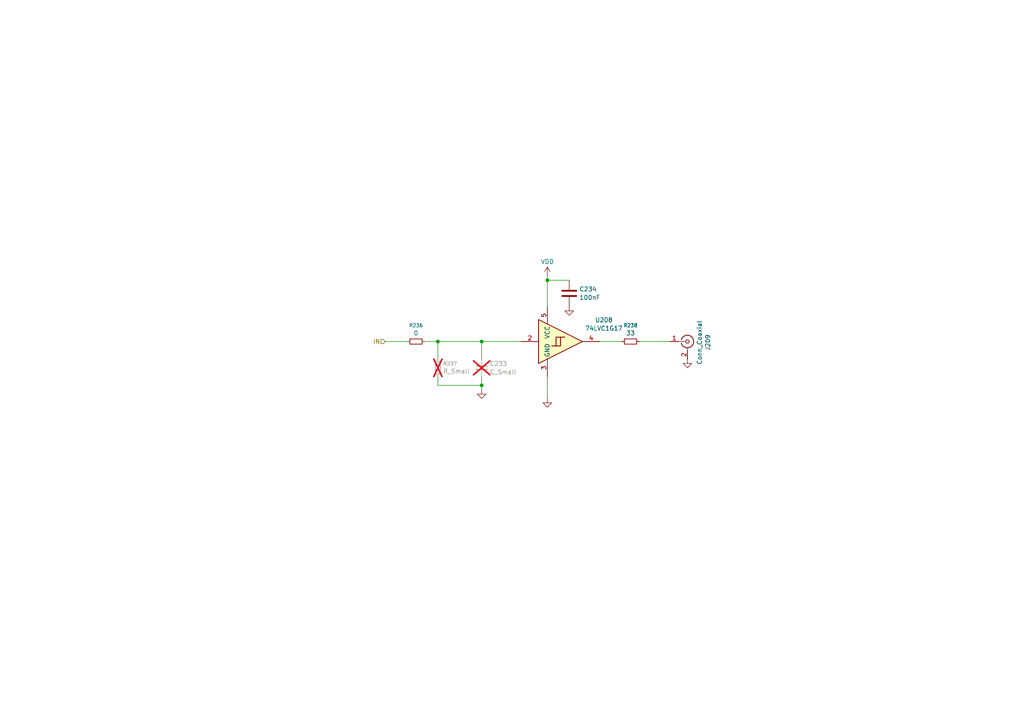
<source format=kicad_sch>
(kicad_sch (version 20250114) (generator "eeschema") (generator_version "9.0")
  (paper "A4")
  (lib_symbols
    (symbol "74xGxx:74LVC1G17"
      (property "Reference" "U" (at 0 3.81 0))
      (property "Value" "74LVC1G17" (at 0 -3.81 0))
      (symbol "74LVC1G17_0_1"
        (polyline (pts (xy -7.62 6.35) (xy -7.62 -6.35) (xy 5.08 0) (xy -7.62 6.35)) (stroke (width 0.254)) (fill (type background)))
        (polyline (pts (xy -3.81 -1.27) (xy -2.54 -1.27) (xy -2.54 1.27) (xy -1.27 1.27)) (stroke (width 0.254)) (fill (type background)))
        (polyline (pts (xy -2.54 -1.27) (xy -1.27 -1.27) (xy -1.27 1.27) (xy 0 1.27)) (stroke (width 0.254)) (fill (type background)))
      )
      (symbol "74LVC1G17_1_1"
        (pin input line (at -12.7 0 0) (length 5.08) (name "~") (number "2"))
        (pin no_connect line (at -7.62 5.08 180) (length 5.08) (hide yes) (name "NC") (number "1"))
        (pin power_in line (at -5.08 10.16 270) (length 5.08) (name "VCC") (number "5"))
        (pin power_in line (at -5.08 -10.16 90) (length 5.08) (name "GND") (number "3"))
        (pin output line (at 10.16 0 180) (length 5.08) (name "~") (number "4"))
      )
    )
    (symbol "Connector:Conn_Coaxial" (pin_names (offset 1.016) (hide yes))
      (property "Reference" "J" (at 0.254 3.048 0))
      (property "Value" "Conn_Coaxial" (at 2.921 0 90))
      (symbol "Conn_Coaxial_0_1"
        (polyline (pts (xy -2.54 0) (xy -0.508 0)))
        (arc (start 1.778 0) (mid 0.222 -1.8079) (end -1.778 -0.508) (stroke (width 0.254)))
        (arc (start -1.778 0.508) (mid 0.2221 1.8084) (end 1.778 0) (stroke (width 0.254)))
        (circle (center 0 0) (radius 0.508) (stroke (width 0.2032)))
        (polyline (pts (xy 0 -2.54) (xy 0 -1.778)))
      )
      (symbol "Conn_Coaxial_1_1"
        (pin passive line (at -5.08 0 0) (length 2.54) (name "In") (number "1"))
        (pin passive line (at 0 -5.08 90) (length 2.54) (name "Ext") (number "2"))
      )
    )
    (symbol "Device:C" (pin_numbers (hide yes)) (pin_names (offset 0.254))
      (property "Reference" "C" (at 0.635 2.54 0))
      (property "Value" "C" (at 0.635 -2.54 0))
      (symbol "C_0_1"
        (polyline (pts (xy -2.032 0.762) (xy 2.032 0.762)) (stroke (width 0.508)))
        (polyline (pts (xy -2.032 -0.762) (xy 2.032 -0.762)) (stroke (width 0.508)))
      )
      (symbol "C_1_1"
        (pin passive line (at 0 3.81 270) (length 2.794) (name "~") (number "1"))
        (pin passive line (at 0 -3.81 90) (length 2.794) (name "~") (number "2"))
      )
    )
    (symbol "Device:C_Small" (pin_numbers (hide yes)) (pin_names (offset 0.254) (hide yes))
      (property "Reference" "C" (at 0.254 1.778 0))
      (property "Value" "C_Small" (at 0.254 -2.032 0))
      (symbol "C_Small_0_1"
        (polyline (pts (xy -1.524 0.508) (xy 1.524 0.508)) (stroke (width 0.3048)))
        (polyline (pts (xy -1.524 -0.508) (xy 1.524 -0.508)) (stroke (width 0.3302)))
      )
      (symbol "C_Small_1_1"
        (pin passive line (at 0 2.54 270) (length 2.032) (name "~") (number "1"))
        (pin passive line (at 0 -2.54 90) (length 2.032) (name "~") (number "2"))
      )
    )
    (symbol "Device:R_Small" (pin_numbers (hide yes)) (pin_names (offset 0.254) (hide yes))
      (property "Reference" "R" (at 0 0 90))
      (property "Value" "R_Small" (at 1.778 0 90))
      (symbol "R_Small_0_1"
        (rectangle (start -0.762 1.778) (end 0.762 -1.778) (stroke (width 0.2032)))
      )
      (symbol "R_Small_1_1"
        (pin passive line (at 0 2.54 270) (length 0.762) (name "~") (number "1"))
        (pin passive line (at 0 -2.54 90) (length 0.762) (name "~") (number "2"))
      )
    )
    (symbol "power:GND" (power) (pin_numbers (hide yes)) (pin_names (offset 0) (hide yes))
      (property "Value" "GND" (at 0 -3.81 0))
      (symbol "GND_0_1"
        (polyline (pts (xy 0 0) (xy 0 -1.27) (xy 1.27 -1.27) (xy 0 -2.54) (xy -1.27 -1.27) (xy 0 -1.27)))
      )
      (symbol "GND_1_1"
        (pin power_in line (at 0 0 270) (length 0) (name "~") (number "1"))
      )
    )
    (symbol "power:VDD" (power) (pin_numbers (hide yes)) (pin_names (offset 0) (hide yes))
      (property "Value" "VDD" (at 0 3.556 0))
      (symbol "VDD_0_1"
        (polyline (pts (xy -0.762 1.27) (xy 0 2.54)))
        (polyline (pts (xy 0 2.54) (xy 0.762 1.27)))
        (polyline (pts (xy 0 0) (xy 0 2.54)))
      )
      (symbol "VDD_1_1"
        (pin power_in line (at 0 0 90) (length 0) (name "~") (number "1"))
      )
    )
  )
  (junction (at 139.7 99.06))
  (junction (at 139.7 111.76))
  (junction (at 127 99.06))
  (junction (at 158.75 81.28))
  (wire (pts (xy 139.7 113.03) (xy 139.7 111.76)))
  (wire (pts (xy 123.19 99.06) (xy 127 99.06)))
  (wire (pts (xy 139.7 111.76) (xy 127 111.76)))
  (wire (pts (xy 158.75 81.28) (xy 165.1 81.28)))
  (wire (pts (xy 127 99.06) (xy 139.7 99.06)))
  (wire (pts (xy 139.7 109.22) (xy 139.7 111.76)))
  (wire (pts (xy 173.99 99.06) (xy 180.34 99.06)))
  (wire (pts (xy 139.7 99.06) (xy 151.13 99.06)))
  (wire (pts (xy 127 109.22) (xy 127 111.76)))
  (wire (pts (xy 111.76 99.06) (xy 118.11 99.06)))
  (wire (pts (xy 158.75 80.01) (xy 158.75 81.28)))
  (wire (pts (xy 158.75 109.22) (xy 158.75 115.57)))
  (wire (pts (xy 127 99.06) (xy 127 104.14)))
  (wire (pts (xy 139.7 99.06) (xy 139.7 104.14)))
  (wire (pts (xy 158.75 81.28) (xy 158.75 88.9)))
  (wire (pts (xy 185.42 99.06) (xy 194.31 99.06)))
  (hierarchical_label "IN" (shape input) (at 111.76 99.06 180))
  (symbol (lib_id "power:GND") (at 199.39 104.14 0) (unit 1)
    (property "Reference" "#PWR0277" (effects (hide yes)))
    (property "Value" "GND" (effects (hide yes)))
    (property "Description" "Power symbol creates a global label with name \"GND\" , ground" (effects (hide yes)))
  )
  (symbol (lib_id "Connector:Conn_Coaxial") (at 199.39 99.06 0) (unit 1)
    (property "Reference" "J209" (at 205.3126 99.3532 90))
    (property "Value" "Conn_Coaxial" (at 202.8883 99.3532 90))
    (property "Footprint" "pcm3168a_euro1:SMA_Amphenol_901-144_Vertical_awl1" (effects (hide yes)))
    (property "Description" "coaxial connector (BNC, SMA, SMB, SMC, Cinch/RCA, LEMO, ...)" (effects (hide yes)))
  )
  (symbol (lib_id "Device:C_Small") (at 139.7 106.68 0) (unit 1) (dnp yes)
    (property "Reference" "C233" (at 142.0241 105.4741 0) (effects (justify left)))
    (property "Value" "C_Small" (at 142.0241 107.8984 0) (effects (justify left)))
    (property "Footprint" "Capacitor_SMD:C_0603_1608Metric" (effects (hide yes)))
    (property "Description" "Unpolarized capacitor, small symbol" (effects (hide yes)))
  )
  (symbol (lib_id "Device:R_Small") (at 127 106.68 180) (unit 1) (dnp yes)
    (property "Reference" "R237" (at 128.4986 105.4678 0) (effects (font (size 1.016 1.016)) (justify right)))
    (property "Value" "R_Small" (at 128.4986 107.6877 0) (effects (justify right)))
    (property "Footprint" "Resistor_SMD:R_0603_1608Metric" (effects (hide yes)))
    (property "Description" "Resistor, small symbol" (effects (hide yes)))
  )
  (symbol (lib_id "power:GND") (at 158.75 115.57 0) (unit 1)
    (property "Reference" "#PWR0275" (effects (hide yes)))
    (property "Value" "GND" (effects (hide yes)))
    (property "Description" "Power symbol creates a global label with name \"GND\" , ground" (effects (hide yes)))
  )
  (symbol (lib_id "74xGxx:74LVC1G17") (at 163.83 99.06 0) (unit 1)
    (property "Reference" "U208" (at 175.1353 92.8134 0))
    (property "Value" "74LVC1G17" (at 175.1353 95.2377 0))
    (property "Footprint" "Package_TO_SOT_SMD:SOT-23-5" (effects (hide yes)))
    (property "Datasheet" "https://www.ti.com/lit/ds/symlink/sn74lvc1g17.pdf" (effects (hide yes)))
    (property "Description" "Single Schmitt Buffer Gate, Low-Voltage CMOS" (effects (hide yes)))
    (property "PN" "SN74LVC1G17DBVR" (effects (hide yes)))
  )
  (symbol (lib_id "power:VDD") (at 158.75 80.01 0) (unit 1)
    (property "Reference" "#PWR0274" (effects (hide yes)))
    (property "Value" "VDD" (at 158.75 75.8769 0))
    (property "Description" "Power symbol creates a global label with name \"VDD\"" (effects (hide yes)))
  )
  (symbol (lib_id "Device:R_Small") (at 120.65 99.06 90) (unit 1)
    (property "Reference" "R236" (at 120.65 94.3833 90) (effects (font (size 1.016 1.016))))
    (property "Value" "0" (at 120.65 96.6032 90))
    (property "Footprint" "Resistor_SMD:R_0603_1608Metric" (effects (hide yes)))
    (property "Description" "Resistor, small symbol" (effects (hide yes)))
    (property "PN" "CRCW06030000Z0EA" (effects (hide yes)))
  )
  (symbol (lib_id "power:GND") (at 139.7 113.03 0) (unit 1)
    (property "Reference" "#PWR0273" (effects (hide yes)))
    (property "Value" "GND" (effects (hide yes)))
    (property "Description" "Power symbol creates a global label with name \"GND\" , ground" (effects (hide yes)))
  )
  (symbol (lib_id "power:GND") (at 165.1 88.9 0) (unit 1)
    (property "Reference" "#PWR0276" (effects (hide yes)))
    (property "Value" "GND" (effects (hide yes)))
    (property "Description" "Power symbol creates a global label with name \"GND\" , ground" (effects (hide yes)))
  )
  (symbol (lib_id "Device:C") (at 165.1 85.09 0) (unit 1)
    (property "Reference" "C234" (at 168.021 83.8778 0) (effects (justify left)))
    (property "Value" "100nF" (at 168.021 86.3021 0) (effects (justify left)))
    (property "Footprint" "Capacitor_SMD:C_0603_1608Metric" (effects (hide yes)))
    (property "Description" "Unpolarized capacitor" (effects (hide yes)))
    (property "PN" "GCJ188R71H104KA12D" (effects (hide yes)))
  )
  (symbol (lib_id "Device:R_Small") (at 182.88 99.06 90) (unit 1)
    (property "Reference" "R238" (at 182.88 94.3833 90) (effects (font (size 1.016 1.016))))
    (property "Value" "33" (at 182.88 96.6032 90))
    (property "Footprint" "Resistor_SMD:R_0603_1608Metric" (effects (hide yes)))
    (property "Description" "Resistor, small symbol" (effects (hide yes)))
    (property "PN" "CRCW060322R0FKEAC" (effects (hide yes)))
  )
)
</source>
